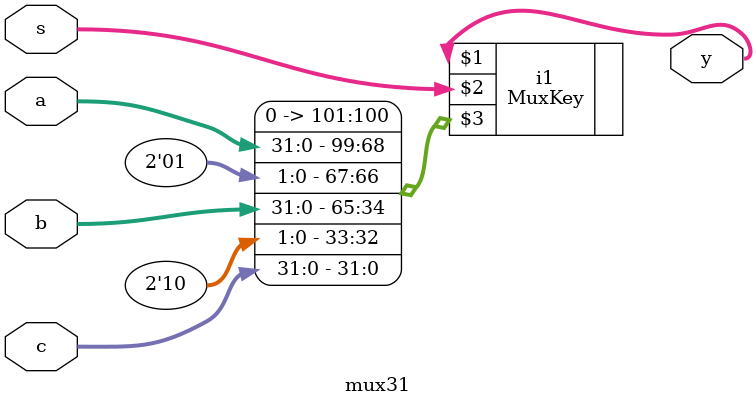
<source format=v>
module mux31(a,b,c,s,y);
  input  [31:0] a,b,c;
  input  [1:0]  s;
  output [31:0] y;
  MuxKey #(3, 2, 32) i1 (y, s, {
    2'b00, a,
    2'b01, b,
    2'b10, c
  });
endmodule









</source>
